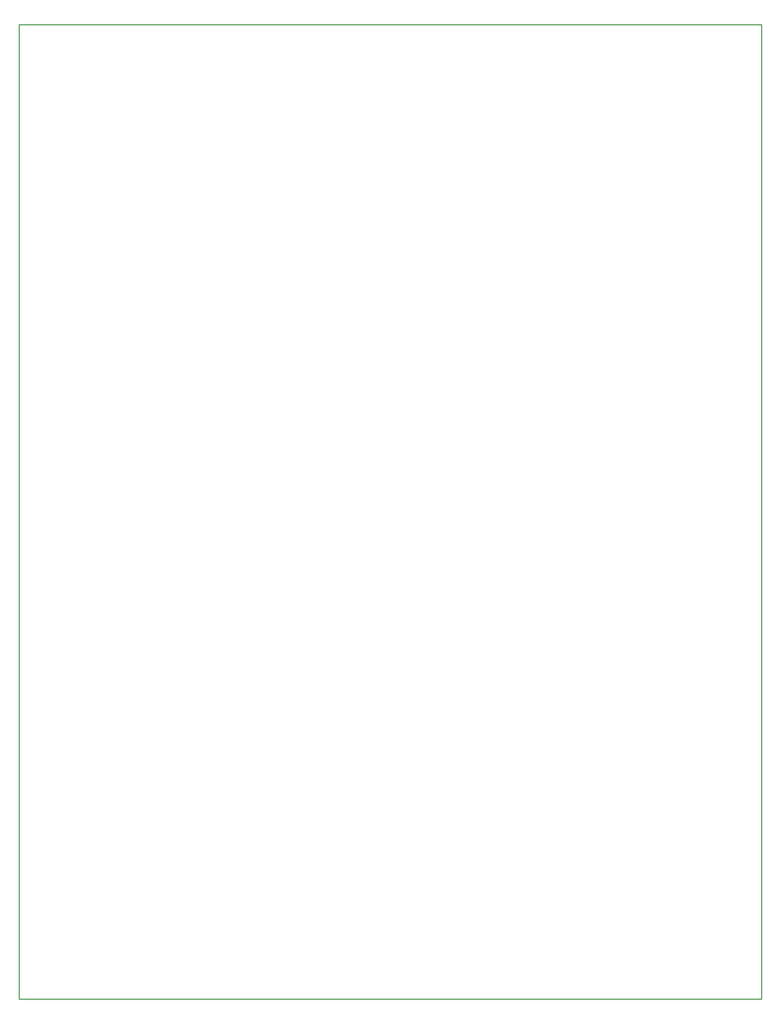
<source format=gbr>
G04 #@! TF.GenerationSoftware,KiCad,Pcbnew,(5.0.0)*
G04 #@! TF.CreationDate,2020-04-25T19:52:07+02:00*
G04 #@! TF.ProjectId,ButtonBoard,427574746F6E426F6172642E6B696361,rev?*
G04 #@! TF.SameCoordinates,Original*
G04 #@! TF.FileFunction,Profile,NP*
%FSLAX46Y46*%
G04 Gerber Fmt 4.6, Leading zero omitted, Abs format (unit mm)*
G04 Created by KiCad (PCBNEW (5.0.0)) date 04/25/20 19:52:07*
%MOMM*%
%LPD*%
G01*
G04 APERTURE LIST*
%ADD10C,0.100000*%
G04 APERTURE END LIST*
D10*
X60000000Y-143000000D02*
X127000000Y-143000000D01*
X127000000Y-55000000D02*
X127000000Y-143000000D01*
X60000000Y-55000000D02*
X60000000Y-143000000D01*
X60000000Y-55000000D02*
X127000000Y-55000000D01*
M02*

</source>
